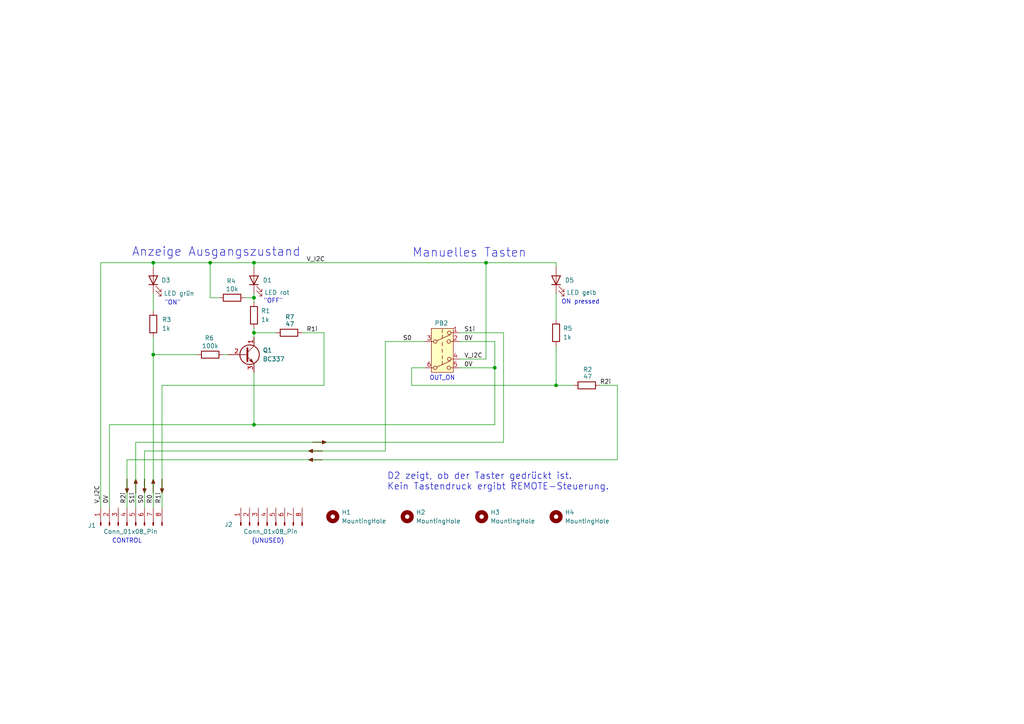
<source format=kicad_sch>
(kicad_sch (version 20231120) (generator "eeschema") (generator_version "8.0")
  (paper "A4")
  (title_block (date "2024-11-24"))
  (lib_symbols
    (symbol "Connector:Conn_01x08_Pin" (pin_names (offset 1.016) hide)
      (property "Reference" "J" (at 0 10.16 0))
      (property "Value" "Conn_01x08_Pin" (at 0 -12.7 0))
      (symbol "Conn_01x08_Pin_1_1"
        (polyline (pts (xy 1.27 -10.16) (xy 0.8636 -10.16)) (stroke (width 0.1524)))
        (polyline (pts (xy 1.27 -7.62) (xy 0.8636 -7.62)) (stroke (width 0.1524)))
        (polyline (pts (xy 1.27 -5.08) (xy 0.8636 -5.08)) (stroke (width 0.1524)))
        (polyline (pts (xy 1.27 -2.54) (xy 0.8636 -2.54)) (stroke (width 0.1524)))
        (polyline (pts (xy 1.27 0) (xy 0.8636 0)) (stroke (width 0.1524)))
        (polyline (pts (xy 1.27 2.54) (xy 0.8636 2.54)) (stroke (width 0.1524)))
        (polyline (pts (xy 1.27 5.08) (xy 0.8636 5.08)) (stroke (width 0.1524)))
        (polyline (pts (xy 1.27 7.62) (xy 0.8636 7.62)) (stroke (width 0.1524)))
        (rectangle (start 0.8636 -10.033) (end 0 -10.287) (stroke (width 0.1524)) (fill (type outline)))
        (rectangle (start 0.8636 -7.493) (end 0 -7.747) (stroke (width 0.1524)) (fill (type outline)))
        (rectangle (start 0.8636 -4.953) (end 0 -5.207) (stroke (width 0.1524)) (fill (type outline)))
        (rectangle (start 0.8636 -2.413) (end 0 -2.667) (stroke (width 0.1524)) (fill (type outline)))
        (rectangle (start 0.8636 0.127) (end 0 -0.127) (stroke (width 0.1524)) (fill (type outline)))
        (rectangle (start 0.8636 2.667) (end 0 2.413) (stroke (width 0.1524)) (fill (type outline)))
        (rectangle (start 0.8636 5.207) (end 0 4.953) (stroke (width 0.1524)) (fill (type outline)))
        (rectangle (start 0.8636 7.747) (end 0 7.493) (stroke (width 0.1524)) (fill (type outline)))
        (pin passive line (at 5.08 7.62 180) (length 3.81) (name "Pin_1") (number "1"))
        (pin passive line (at 5.08 5.08 180) (length 3.81) (name "Pin_2") (number "2"))
        (pin passive line (at 5.08 2.54 180) (length 3.81) (name "Pin_3") (number "3"))
        (pin passive line (at 5.08 0 180) (length 3.81) (name "Pin_4") (number "4"))
        (pin passive line (at 5.08 -2.54 180) (length 3.81) (name "Pin_5") (number "5"))
        (pin passive line (at 5.08 -5.08 180) (length 3.81) (name "Pin_6") (number "6"))
        (pin passive line (at 5.08 -7.62 180) (length 3.81) (name "Pin_7") (number "7"))
        (pin passive line (at 5.08 -10.16 180) (length 3.81) (name "Pin_8") (number "8"))
      )
    )
    (symbol "Device:LED" (pin_numbers hide) (pin_names (offset 1.016) hide)
      (property "Reference" "D" (at 0 2.54 0))
      (property "Value" "LED" (at 0 -2.54 0))
      (symbol "LED_0_1"
        (polyline (pts (xy -1.27 -1.27) (xy -1.27 1.27)) (stroke (width 0.254)))
        (polyline (pts (xy -1.27 0) (xy 1.27 0)))
        (polyline (pts (xy 1.27 -1.27) (xy 1.27 1.27) (xy -1.27 0) (xy 1.27 -1.27)) (stroke (width 0.254)))
        (polyline (pts (xy -3.048 -0.762) (xy -4.572 -2.286) (xy -3.81 -2.286) (xy -4.572 -2.286) (xy -4.572 -1.524)))
        (polyline (pts (xy -1.778 -0.762) (xy -3.302 -2.286) (xy -2.54 -2.286) (xy -3.302 -2.286) (xy -3.302 -1.524)))
      )
      (symbol "LED_1_1"
        (pin passive line (at -3.81 0 0) (length 2.54) (name "K") (number "1"))
        (pin passive line (at 3.81 0 180) (length 2.54) (name "A") (number "2"))
      )
    )
    (symbol "Device:R" (pin_numbers hide) (pin_names (offset 0))
      (property "Reference" "R" (at 2.032 0 90))
      (property "Value" "R" (at 0 0 90))
      (symbol "R_0_1"
        (rectangle (start -1.016 -2.54) (end 1.016 2.54) (stroke (width 0.254)))
      )
      (symbol "R_1_1"
        (pin passive line (at 0 3.81 270) (length 1.27) (name "~") (number "1"))
        (pin passive line (at 0 -3.81 90) (length 1.27) (name "~") (number "2"))
      )
    )
    (symbol "Graphic:SYM_Arrow_Small" (in_bom no) (on_board no)
      (symbol "SYM_Arrow_Small_0_1"
        (polyline (pts (xy 1.524 0) (xy -2.032 0)) (stroke (width 0.254)))
        (polyline (pts (xy 2.032 0) (xy 0.762 -0.508) (xy 0.762 0.508) (xy 2.032 0)) (fill (type outline)))
      )
    )
    (symbol "Transistor_BJT:BC337" (pin_names (offset 0) hide)
      (property "Reference" "Q" (at 5.08 1.905 0))
      (property "Value" "BC337" (at 5.08 0 0))
      (symbol "BC337_0_1"
        (polyline (pts (xy 0 0) (xy 0.635 0)))
        (polyline (pts (xy 0.635 0.635) (xy 2.54 2.54)))
        (polyline (pts (xy 0.635 -0.635) (xy 2.54 -2.54) (xy 2.54 -2.54)))
        (polyline (pts (xy 0.635 1.905) (xy 0.635 -1.905) (xy 0.635 -1.905)) (stroke (width 0.508)))
        (polyline (pts (xy 1.27 -1.778) (xy 1.778 -1.27) (xy 2.286 -2.286) (xy 1.27 -1.778) (xy 1.27 -1.778)) (fill (type outline)))
        (circle (center 1.27 0) (radius 2.8194) (stroke (width 0.254)))
      )
      (symbol "BC337_1_1"
        (pin passive line (at 2.54 5.08 270) (length 2.54) (name "C") (number "1"))
        (pin input line (at -5.08 0 0) (length 5.08) (name "B") (number "2"))
        (pin passive line (at 2.54 -5.08 90) (length 2.54) (name "E") (number "3"))
      )
    )
    (symbol "_kh_library:MountingHole" (pin_names (offset 1.016)) (exclude_from_sim yes) (in_bom no)
      (property "Reference" "H" (at 0 5.08 0))
      (property "Value" "MountingHole" (at 0 3.175 0))
      (symbol "MountingHole_0_1"
        (circle (center 0 0) (radius 1.27) (stroke (width 1.27)))
      )
    )
    (symbol "_kh_library:SW_Push_DPDT_8x8" (pin_names (offset 0) hide)
      (property "Reference" "SW" (at 0 10.16 0))
      (property "Value" "SW_Push_DPDT_8x8" (at -0.254 -5.08 0))
      (symbol "SW_Push_DPDT_8x8_0_0"
        (circle (center -2.032 -2.54) (radius 0.508))
        (circle (center -2.032 5.08) (radius 0.508))
        (circle (center 1.905 -2.54) (radius 0.508))
        (circle (center 1.905 5.08) (radius 0.508))
      )
      (symbol "SW_Push_DPDT_8x8_0_1"
        (polyline (pts (xy -1.524 -2.286) (xy 2.3368 -0.5588)))
        (polyline (pts (xy -1.524 5.334) (xy 2.3368 7.0612)))
        (polyline (pts (xy 0 -0.635) (xy 0 -1.524)))
        (polyline (pts (xy 0 0) (xy 0 1.016)))
        (polyline (pts (xy 0 1.905) (xy 0 2.921)))
        (polyline (pts (xy 0 6.985) (xy 0 6.096)))
        (circle (center 2.032 0) (radius 0.508))
        (circle (center 2.032 7.62) (radius 0.508))
      )
      (symbol "SW_Push_DPDT_8x8_1_1"
        (rectangle (start -3.175 8.89) (end 3.175 -3.81) (fill (type background)))
        (polyline (pts (xy 0 3.81) (xy 0 4.826)))
        (polyline (pts (xy 0 7.62) (xy 0 8.636)))
        (pin passive line (at 5.08 7.62 180) (length 2.54) (name "A") (number "1"))
        (pin passive line (at 5.08 5.08 180) (length 2.54) (name "B") (number "2"))
        (pin passive line (at -5.08 5.08 0) (length 2.54) (name "C") (number "3"))
        (pin passive line (at 5.08 0 180) (length 2.54) (name "A") (number "4"))
        (pin passive line (at 5.08 -2.54 180) (length 2.54) (name "B") (number "5"))
        (pin passive line (at -5.08 -2.54 0) (length 2.54) (name "C") (number "6"))
      )
    )
  )
  (junction (at 44.45 102.87))
  (junction (at 73.66 86.36))
  (junction (at 44.45 76.2))
  (junction (at 73.66 96.52))
  (junction (at 143.51 106.68))
  (junction (at 140.97 76.2))
  (junction (at 60.96 76.2))
  (junction (at 161.29 111.76))
  (junction (at 73.66 123.19))
  (junction (at 73.66 76.2))
  (wire (pts (xy 73.66 123.19) (xy 143.51 123.19)))
  (wire (pts (xy 60.96 86.36) (xy 63.5 86.36)))
  (wire (pts (xy 133.35 104.14) (xy 140.97 104.14)))
  (wire (pts (xy 111.76 130.81) (xy 41.91 130.81)))
  (wire (pts (xy 123.19 99.06) (xy 111.76 99.06)))
  (wire (pts (xy 143.51 106.68) (xy 143.51 123.19)))
  (wire (pts (xy 31.75 123.19) (xy 73.66 123.19)))
  (wire (pts (xy 140.97 76.2) (xy 161.29 76.2)))
  (wire (pts (xy 46.99 111.76) (xy 93.98 111.76)))
  (wire (pts (xy 36.83 133.35) (xy 36.83 147.32)))
  (wire (pts (xy 123.19 106.68) (xy 119.38 106.68)))
  (wire (pts (xy 60.96 76.2) (xy 73.66 76.2)))
  (wire (pts (xy 29.21 76.2) (xy 29.21 147.32)))
  (wire (pts (xy 119.38 106.68) (xy 119.38 111.76)))
  (wire (pts (xy 119.38 111.76) (xy 161.29 111.76)))
  (wire (pts (xy 31.75 147.32) (xy 31.75 123.19)))
  (wire (pts (xy 73.66 96.52) (xy 80.01 96.52)))
  (wire (pts (xy 133.35 106.68) (xy 143.51 106.68)))
  (wire (pts (xy 146.05 96.52) (xy 146.05 128.27)))
  (wire (pts (xy 71.12 86.36) (xy 73.66 86.36)))
  (wire (pts (xy 41.91 130.81) (xy 41.91 147.32)))
  (wire (pts (xy 73.66 76.2) (xy 140.97 76.2)))
  (wire (pts (xy 73.66 107.95) (xy 73.66 123.19)))
  (wire (pts (xy 73.66 96.52) (xy 73.66 97.79)))
  (wire (pts (xy 133.35 96.52) (xy 146.05 96.52)))
  (wire (pts (xy 140.97 104.14) (xy 140.97 76.2)))
  (wire (pts (xy 46.99 147.32) (xy 46.99 111.76)))
  (wire (pts (xy 44.45 85.09) (xy 44.45 90.17)))
  (wire (pts (xy 111.76 99.06) (xy 111.76 130.81)))
  (wire (pts (xy 161.29 100.33) (xy 161.29 111.76)))
  (wire (pts (xy 173.99 111.76) (xy 179.07 111.76)))
  (wire (pts (xy 179.07 111.76) (xy 179.07 133.35)))
  (wire (pts (xy 39.37 128.27) (xy 39.37 147.32)))
  (wire (pts (xy 93.98 111.76) (xy 93.98 96.52)))
  (wire (pts (xy 73.66 85.09) (xy 73.66 86.36)))
  (wire (pts (xy 161.29 76.2) (xy 161.29 77.47)))
  (wire (pts (xy 133.35 99.06) (xy 143.51 99.06)))
  (wire (pts (xy 64.77 102.87) (xy 66.04 102.87)))
  (wire (pts (xy 73.66 76.2) (xy 73.66 77.47)))
  (wire (pts (xy 87.63 96.52) (xy 93.98 96.52)))
  (wire (pts (xy 44.45 76.2) (xy 44.45 77.47)))
  (wire (pts (xy 44.45 102.87) (xy 44.45 147.32)))
  (wire (pts (xy 161.29 111.76) (xy 166.37 111.76)))
  (wire (pts (xy 44.45 102.87) (xy 57.15 102.87)))
  (wire (pts (xy 143.51 99.06) (xy 143.51 106.68)))
  (wire (pts (xy 44.45 76.2) (xy 29.21 76.2)))
  (wire (pts (xy 44.45 97.79) (xy 44.45 102.87)))
  (wire (pts (xy 161.29 85.09) (xy 161.29 92.71)))
  (wire (pts (xy 73.66 95.25) (xy 73.66 96.52)))
  (wire (pts (xy 73.66 86.36) (xy 73.66 87.63)))
  (wire (pts (xy 44.45 76.2) (xy 60.96 76.2)))
  (wire (pts (xy 39.37 128.27) (xy 146.05 128.27)))
  (wire (pts (xy 179.07 133.35) (xy 36.83 133.35)))
  (wire (pts (xy 60.96 86.36) (xy 60.96 76.2)))
  (text "(UNUSED)" (at 77.724 156.972 0) (effects (font (size 1.27 1.27))))
  (text "OUT_ON" (at 128.27 109.728 0) (effects (font (size 1.27 1.27))))
  (text "D2 zeigt, ob der Taster gedrückt ist.\nKein Tastendruck ergibt REMOTE-Steuerung." (at 112.268 139.7 0) (effects (font (size 1.905 1.905)) (justify left)))
  (text "Manuelles Tasten" (at 136.144 73.406 0) (effects (font (size 2.54 2.54))))
  (text "\"OFF\"" (at 79.248 87.376 0) (effects (font (size 1.27 1.27))))
  (text "ON pressed" (at 168.402 87.63 0) (effects (font (size 1.27 1.27))))
  (text "CONTROL" (at 36.83 156.972 0) (effects (font (size 1.27 1.27))))
  (text "Anzeige Ausgangszustand" (at 62.738 73.152 0) (effects (font (size 2.54 2.54))))
  (text "\"ON\"" (at 50.038 87.884 0) (effects (font (size 1.27 1.27))))
  (label "V_I2C" (at 134.62 104.14 0))
  (label "0V" (at 134.62 99.06 0))
  (label "R2i" (at 173.99 111.76 0))
  (label "R0" (at 44.45 146.05 90))
  (label "S1i" (at 39.37 146.05 90))
  (label "0V" (at 134.62 106.68 0))
  (label "R1i" (at 88.9 96.52 0))
  (label "S1i" (at 134.62 96.52 0))
  (label "V_I2C" (at 29.21 146.05 90))
  (label "V_I2C" (at 88.9 76.2 0))
  (label "S0" (at 41.91 146.05 90))
  (label "R2i" (at 36.83 146.05 90))
  (label "S0" (at 116.84 99.06 0))
  (label "R1i" (at 46.99 146.05 90))
  (label "0V" (at 31.75 146.05 90))
  (symbol (lib_id "Device:R") (at 83.82 96.52 90) (unit 1)
    (property "Reference" "R7" (at 84.074 91.948 90))
    (property "Value" "47" (at 84.074 93.98 90))
    (property "Footprint" "Resistor_THT:R_Axial_DIN0204_L3.6mm_D1.6mm_P2.54mm_Vertical" (effects (hide yes)))
  )
  (symbol (lib_id "Device:LED") (at 73.66 81.28 90) (unit 1)
    (property "Reference" "D1" (at 76.2 81.28 90) (effects (justify right)))
    (property "Value" "LED rot" (at 76.708 84.836 90) (effects (justify right)))
    (property "Footprint" "LED_THT:LED_D3.0mm" (effects (hide yes)))
  )
  (symbol (lib_id "Graphic:SYM_Arrow_Small") (at 39.37 140.97 90) (unit 1) (exclude_from_sim yes) (in_bom no) (on_board no)
    (property "Reference" "#SYM7" (effects (hide yes)))
    (property "Value" "SYM_Arrow_Small" (effects (hide yes)))
    (property "Description" "Filled arrow, 160mil" (effects (hide yes)))
  )
  (symbol (lib_id "_kh_library:MountingHole") (at 96.52 149.86 0) (unit 1) (exclude_from_sim yes) (in_bom no)
    (property "Reference" "H1" (at 99.06 148.5899 0) (effects (justify left)))
    (property "Value" "MountingHole" (at 99.06 151.1299 0) (effects (justify left)))
    (property "Footprint" "_kh_library:MountingHole_2.2mm_M2_Pad_TopBottom_kh" (effects (hide yes)))
    (property "Description" "Mounting Hole without connection" (effects (hide yes)))
  )
  (symbol (lib_id "Device:R") (at 44.45 93.98 0) (unit 1)
    (property "Reference" "R3" (at 46.99 92.7099 0) (effects (justify left)))
    (property "Value" "1k" (at 46.99 95.2499 0) (effects (justify left)))
    (property "Footprint" "Resistor_THT:R_Axial_DIN0204_L3.6mm_D1.6mm_P2.54mm_Vertical" (effects (hide yes)))
  )
  (symbol (lib_id "Graphic:SYM_Arrow_Small") (at 36.83 140.97 270) (unit 1) (exclude_from_sim yes) (in_bom no) (on_board no)
    (property "Reference" "#SYM1" (effects (hide yes)))
    (property "Value" "SYM_Arrow_Small" (effects (hide yes)))
    (property "Description" "Filled arrow, 160mil" (effects (hide yes)))
  )
  (symbol (lib_id "Device:LED") (at 44.45 81.28 90) (unit 1)
    (property "Reference" "D3" (at 46.736 81.28 90) (effects (justify right)))
    (property "Value" "LED grün" (at 47.498 85.09 90) (effects (justify right)))
    (property "Footprint" "LED_THT:LED_D3.0mm" (effects (hide yes)))
  )
  (symbol (lib_id "Device:R") (at 60.96 102.87 90) (unit 1)
    (property "Reference" "R6" (at 60.706 98.044 90))
    (property "Value" "100k" (at 60.96 100.33 90))
    (property "Footprint" "_kh_library:R_Axial_DIN0204_L3.6mm_D1.6mm_P2.54mm_Vertical_kh" (effects (hide yes)))
  )
  (symbol (lib_id "Device:R") (at 73.66 91.44 0) (unit 1)
    (property "Reference" "R1" (at 75.692 90.17 0) (effects (justify left)))
    (property "Value" "1k" (at 75.692 92.71 0) (effects (justify left)))
    (property "Footprint" "Resistor_THT:R_Axial_DIN0204_L3.6mm_D1.6mm_P2.54mm_Vertical" (effects (hide yes)))
  )
  (symbol (lib_id "Graphic:SYM_Arrow_Small") (at 46.99 140.97 270) (unit 1) (exclude_from_sim yes) (in_bom no) (on_board no)
    (property "Reference" "#SYM3" (effects (hide yes)))
    (property "Value" "SYM_Arrow_Small" (effects (hide yes)))
    (property "Description" "Filled arrow, 160mil" (effects (hide yes)))
  )
  (symbol (lib_id "Transistor_BJT:BC337") (at 71.12 102.87 0) (unit 1)
    (property "Reference" "Q1" (at 76.2 101.5999 0) (effects (justify left)))
    (property "Value" "BC337" (at 76.2 104.1399 0) (effects (justify left)))
    (property "Footprint" "_kh_library:TO-92_Inline_Wide_custom" (effects (hide yes)))
    (property "Datasheet" "https://diotec.com/tl_files/diotec/files/pdf/datasheets/bc337.pdf" (effects (hide yes)))
  )
  (symbol (lib_id "_kh_library:MountingHole") (at 139.7 149.86 0) (unit 1) (exclude_from_sim yes) (in_bom no)
    (property "Reference" "H3" (at 142.24 148.5899 0) (effects (justify left)))
    (property "Value" "MountingHole" (at 142.24 151.1299 0) (effects (justify left)))
    (property "Footprint" "_kh_library:MountingHole_2.2mm_M2_Pad_TopBottom_kh" (effects (hide yes)))
    (property "Description" "Mounting Hole without connection" (effects (hide yes)))
  )
  (symbol (lib_id "_kh_library:MountingHole") (at 118.11 149.86 0) (unit 1) (exclude_from_sim yes) (in_bom no)
    (property "Reference" "H2" (at 120.65 148.5899 0) (effects (justify left)))
    (property "Value" "MountingHole" (at 120.65 151.1299 0) (effects (justify left)))
    (property "Footprint" "_kh_library:MountingHole_2.2mm_M2_Pad_TopBottom_kh" (effects (hide yes)))
    (property "Description" "Mounting Hole without connection" (effects (hide yes)))
  )
  (symbol (lib_id "_kh_library:MountingHole") (at 161.29 149.86 0) (unit 1) (exclude_from_sim yes) (in_bom no)
    (property "Reference" "H4" (at 163.83 148.5899 0) (effects (justify left)))
    (property "Value" "MountingHole" (at 163.83 151.1299 0) (effects (justify left)))
    (property "Footprint" "_kh_library:MountingHole_2.2mm_M2_Pad_TopBottom_kh" (effects (hide yes)))
    (property "Description" "Mounting Hole without connection" (effects (hide yes)))
  )
  (symbol (lib_id "Connector:Conn_01x08_Pin") (at 77.47 152.4 90) (unit 1)
    (property "Reference" "J2" (at 66.294 152.146 90))
    (property "Value" "Conn_01x08_Pin" (at 78.486 154.178 90))
    (property "Footprint" "_kh_library:PinSocket_1x08_P2.54mm_Vertical_11mm_kh" (effects (hide yes)))
    (property "Description" "Generic connector, single row, 01x08, script generated" (effects (hide yes)))
  )
  (symbol (lib_id "Graphic:SYM_Arrow_Small") (at 91.44 130.81 180) (unit 1) (exclude_from_sim yes) (in_bom no) (on_board no)
    (property "Reference" "#SYM9" (effects (hide yes)))
    (property "Value" "SYM_Arrow_Small" (effects (hide yes)))
    (property "Description" "Filled arrow, 160mil" (effects (hide yes)))
  )
  (symbol (lib_id "Graphic:SYM_Arrow_Small") (at 92.71 128.27 0) (unit 1) (exclude_from_sim yes) (in_bom no) (on_board no)
    (property "Reference" "#SYM8" (effects (hide yes)))
    (property "Value" "SYM_Arrow_Small" (effects (hide yes)))
    (property "Description" "Filled arrow, 160mil" (effects (hide yes)))
  )
  (symbol (lib_id "Device:LED") (at 161.29 81.28 90) (unit 1)
    (property "Reference" "D5" (at 163.83 81.28 90) (effects (justify right)))
    (property "Value" "LED gelb" (at 164.338 84.836 90) (effects (justify right)))
    (property "Footprint" "LED_THT:LED_D3.0mm" (effects (hide yes)))
  )
  (symbol (lib_id "Device:R") (at 67.31 86.36 90) (unit 1)
    (property "Reference" "R4" (at 67.056 81.534 90))
    (property "Value" "10k" (at 67.31 83.82 90))
    (property "Footprint" "_kh_library:R_Axial_DIN0204_L3.6mm_D1.6mm_P2.54mm_Vertical_kh" (effects (hide yes)))
  )
  (symbol (lib_id "Graphic:SYM_Arrow_Small") (at 41.91 140.97 270) (unit 1) (exclude_from_sim yes) (in_bom no) (on_board no)
    (property "Reference" "#SYM10" (effects (hide yes)))
    (property "Value" "SYM_Arrow_Small" (effects (hide yes)))
    (property "Description" "Filled arrow, 160mil" (effects (hide yes)))
  )
  (symbol (lib_id "Device:R") (at 161.29 96.52 0) (unit 1)
    (property "Reference" "R5" (at 163.322 95.25 0) (effects (justify left)))
    (property "Value" "1k" (at 163.322 97.79 0) (effects (justify left)))
    (property "Footprint" "_kh_library:R_Axial_DIN0204_L3.6mm_D1.6mm_P10,16mm_Horizontal" (effects (hide yes)))
  )
  (symbol (lib_id "Graphic:SYM_Arrow_Small") (at 44.45 140.97 90) (unit 1) (exclude_from_sim yes) (in_bom no) (on_board no)
    (property "Reference" "#SYM4" (effects (hide yes)))
    (property "Value" "SYM_Arrow_Small" (effects (hide yes)))
    (property "Description" "Filled arrow, 160mil" (effects (hide yes)))
  )
  (symbol (lib_id "_kh_library:SW_Push_DPDT_8x8") (at 128.27 104.14 0) (unit 1)
    (property "Reference" "PB2" (at 128.016 93.726 0))
    (property "Value" "SW_Push_DPDT_8x8" (effects (hide yes)))
    (property "Footprint" "_kh_library:SW_Push_DPDT_8x8" (effects (hide yes)))
    (property "Description" "Taster_2xUM" (effects (hide yes)))
  )
  (symbol (lib_id "Graphic:SYM_Arrow_Small") (at 91.44 133.35 180) (unit 1) (exclude_from_sim yes) (in_bom no) (on_board no)
    (property "Reference" "#SYM2" (effects (hide yes)))
    (property "Value" "SYM_Arrow_Small" (effects (hide yes)))
    (property "Description" "Filled arrow, 160mil" (effects (hide yes)))
  )
  (symbol (lib_id "Device:R") (at 170.18 111.76 90) (unit 1)
    (property "Reference" "R2" (at 170.434 107.188 90))
    (property "Value" "47" (at 170.434 109.22 90))
    (property "Footprint" "Resistor_THT:R_Axial_DIN0204_L3.6mm_D1.6mm_P2.54mm_Vertical" (effects (hide yes)))
  )
  (symbol (lib_id "Connector:Conn_01x08_Pin") (at 36.83 152.4 90) (unit 1)
    (property "Reference" "J1" (at 26.67 152.4 90))
    (property "Value" "Conn_01x08_Pin" (at 37.846 154.178 90))
    (property "Footprint" "_kh_library:PinSocket_1x08_P2.54mm_Vertical_11mm_kh" (effects (hide yes)))
    (property "Description" "Generic connector, single row, 01x08, script generated" (effects (hide yes)))
  )
)
</source>
